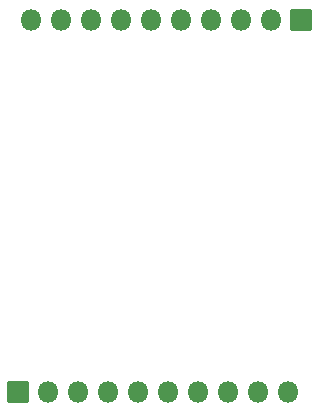
<source format=gbr>
%TF.GenerationSoftware,KiCad,Pcbnew,8.0.2-8.0.2-0~ubuntu20.04.1*%
%TF.CreationDate,2024-06-01T01:08:57-05:00*%
%TF.ProjectId,coral_b2b_breakout,636f7261-6c5f-4623-9262-5f627265616b,rev?*%
%TF.SameCoordinates,Original*%
%TF.FileFunction,Soldermask,Bot*%
%TF.FilePolarity,Negative*%
%FSLAX46Y46*%
G04 Gerber Fmt 4.6, Leading zero omitted, Abs format (unit mm)*
G04 Created by KiCad (PCBNEW 8.0.2-8.0.2-0~ubuntu20.04.1) date 2024-06-01 01:08:57*
%MOMM*%
%LPD*%
G01*
G04 APERTURE LIST*
G04 Aperture macros list*
%AMRoundRect*
0 Rectangle with rounded corners*
0 $1 Rounding radius*
0 $2 $3 $4 $5 $6 $7 $8 $9 X,Y pos of 4 corners*
0 Add a 4 corners polygon primitive as box body*
4,1,4,$2,$3,$4,$5,$6,$7,$8,$9,$2,$3,0*
0 Add four circle primitives for the rounded corners*
1,1,$1+$1,$2,$3*
1,1,$1+$1,$4,$5*
1,1,$1+$1,$6,$7*
1,1,$1+$1,$8,$9*
0 Add four rect primitives between the rounded corners*
20,1,$1+$1,$2,$3,$4,$5,0*
20,1,$1+$1,$4,$5,$6,$7,0*
20,1,$1+$1,$6,$7,$8,$9,0*
20,1,$1+$1,$8,$9,$2,$3,0*%
G04 Aperture macros list end*
%ADD10O,1.801600X1.801600*%
%ADD11RoundRect,0.050800X0.850000X-0.850000X0.850000X0.850000X-0.850000X0.850000X-0.850000X-0.850000X0*%
%ADD12RoundRect,0.050800X-0.850000X0.850000X-0.850000X-0.850000X0.850000X-0.850000X0.850000X0.850000X0*%
G04 APERTURE END LIST*
D10*
%TO.C,J2*%
X164460000Y-98500000D03*
X161920000Y-98500000D03*
X159380000Y-98500000D03*
X156840000Y-98500000D03*
X154300000Y-98500000D03*
X151760000Y-98500000D03*
X149220000Y-98500000D03*
X146680000Y-98500000D03*
X144140000Y-98500000D03*
D11*
X141600000Y-98500000D03*
%TD*%
D10*
%TO.C,J1*%
X142715000Y-67050000D03*
X145255000Y-67050000D03*
X147795000Y-67050000D03*
X150335000Y-67050000D03*
X152875000Y-67050000D03*
X155415000Y-67050000D03*
X157955000Y-67050000D03*
X160495000Y-67050000D03*
X163035000Y-67050000D03*
D12*
X165575000Y-67050000D03*
%TD*%
M02*

</source>
